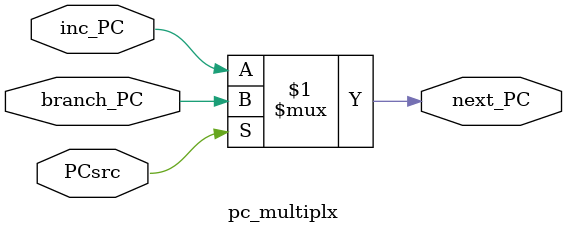
<source format=sv>
module pc_multiplx(
    input logic branch_PC,
    input logic PCsrc,
    input logic inc_PC,
    output logic next_PC
);

assign next_PC = PCsrc ? branch_PC:inc_PC;

endmodule

</source>
